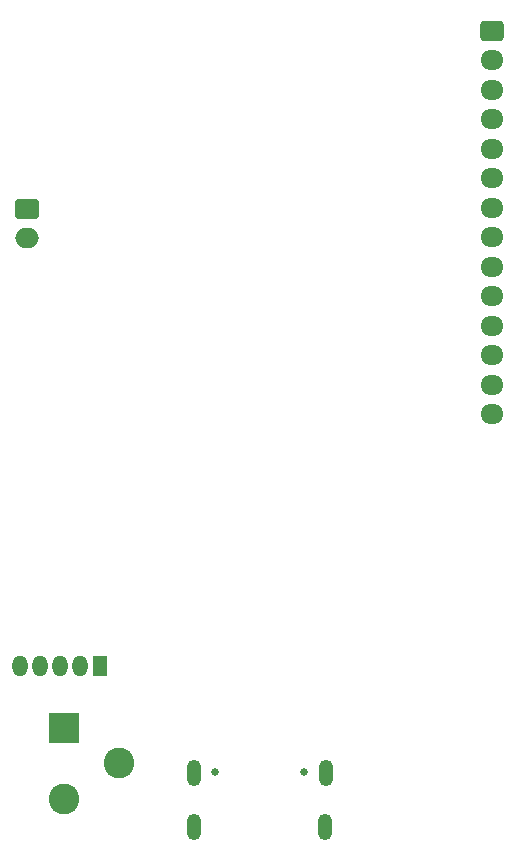
<source format=gbr>
%TF.GenerationSoftware,KiCad,Pcbnew,7.0.8*%
%TF.CreationDate,2025-04-01T23:17:51+07:00*%
%TF.ProjectId,esp32_smth,65737033-325f-4736-9d74-682e6b696361,rev?*%
%TF.SameCoordinates,Original*%
%TF.FileFunction,Soldermask,Bot*%
%TF.FilePolarity,Negative*%
%FSLAX46Y46*%
G04 Gerber Fmt 4.6, Leading zero omitted, Abs format (unit mm)*
G04 Created by KiCad (PCBNEW 7.0.8) date 2025-04-01 23:17:51*
%MOMM*%
%LPD*%
G01*
G04 APERTURE LIST*
G04 Aperture macros list*
%AMRoundRect*
0 Rectangle with rounded corners*
0 $1 Rounding radius*
0 $2 $3 $4 $5 $6 $7 $8 $9 X,Y pos of 4 corners*
0 Add a 4 corners polygon primitive as box body*
4,1,4,$2,$3,$4,$5,$6,$7,$8,$9,$2,$3,0*
0 Add four circle primitives for the rounded corners*
1,1,$1+$1,$2,$3*
1,1,$1+$1,$4,$5*
1,1,$1+$1,$6,$7*
1,1,$1+$1,$8,$9*
0 Add four rect primitives between the rounded corners*
20,1,$1+$1,$2,$3,$4,$5,0*
20,1,$1+$1,$4,$5,$6,$7,0*
20,1,$1+$1,$6,$7,$8,$9,0*
20,1,$1+$1,$8,$9,$2,$3,0*%
G04 Aperture macros list end*
%ADD10R,2.600000X2.600000*%
%ADD11C,2.600000*%
%ADD12C,0.650000*%
%ADD13O,1.200000X2.250000*%
%ADD14RoundRect,0.250000X-0.725000X0.600000X-0.725000X-0.600000X0.725000X-0.600000X0.725000X0.600000X0*%
%ADD15O,1.950000X1.700000*%
%ADD16R,1.275000X1.800000*%
%ADD17O,1.275000X1.800000*%
%ADD18RoundRect,0.250000X-0.750000X0.600000X-0.750000X-0.600000X0.750000X-0.600000X0.750000X0.600000X0*%
%ADD19O,2.000000X1.700000*%
G04 APERTURE END LIST*
D10*
%TO.C,J4*%
X182675000Y-148850000D03*
D11*
X182675000Y-154850000D03*
X187375000Y-151850000D03*
%TD*%
D12*
%TO.C,J2*%
X195535000Y-152572500D03*
X203035000Y-152572500D03*
D13*
X193690000Y-157252500D03*
X193710000Y-152652500D03*
X204840000Y-157252500D03*
X204860000Y-152652500D03*
%TD*%
D14*
%TO.C,J1*%
X218925000Y-89800000D03*
D15*
X218925000Y-92300000D03*
X218925000Y-94800000D03*
X218925000Y-97300000D03*
X218925000Y-99800000D03*
X218925000Y-102300000D03*
X218925000Y-104800000D03*
X218925000Y-107300000D03*
X218925000Y-109800000D03*
X218925000Y-112300000D03*
X218925000Y-114800000D03*
X218925000Y-117300000D03*
X218925000Y-119800000D03*
X218925000Y-122300000D03*
%TD*%
D16*
%TO.C,U2*%
X185775000Y-143630000D03*
D17*
X184075000Y-143630000D03*
X182375000Y-143630000D03*
X180675000Y-143630000D03*
X178975000Y-143630000D03*
%TD*%
D18*
%TO.C,J3*%
X179625000Y-104900000D03*
D19*
X179625000Y-107400000D03*
%TD*%
M02*

</source>
